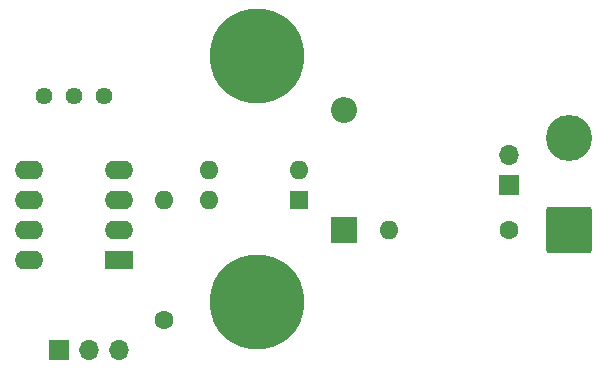
<source format=gbs>
%TF.GenerationSoftware,KiCad,Pcbnew,(6.0.4)*%
%TF.CreationDate,2022-03-26T00:49:46+01:00*%
%TF.ProjectId,TICtoUART,54494374-6f55-4415-9254-2e6b69636164,rev?*%
%TF.SameCoordinates,Original*%
%TF.FileFunction,Soldermask,Bot*%
%TF.FilePolarity,Negative*%
%FSLAX46Y46*%
G04 Gerber Fmt 4.6, Leading zero omitted, Abs format (unit mm)*
G04 Created by KiCad (PCBNEW (6.0.4)) date 2022-03-26 00:49:46*
%MOMM*%
%LPD*%
G01*
G04 APERTURE LIST*
G04 Aperture macros list*
%AMRoundRect*
0 Rectangle with rounded corners*
0 $1 Rounding radius*
0 $2 $3 $4 $5 $6 $7 $8 $9 X,Y pos of 4 corners*
0 Add a 4 corners polygon primitive as box body*
4,1,4,$2,$3,$4,$5,$6,$7,$8,$9,$2,$3,0*
0 Add four circle primitives for the rounded corners*
1,1,$1+$1,$2,$3*
1,1,$1+$1,$4,$5*
1,1,$1+$1,$6,$7*
1,1,$1+$1,$8,$9*
0 Add four rect primitives between the rounded corners*
20,1,$1+$1,$2,$3,$4,$5,0*
20,1,$1+$1,$4,$5,$6,$7,0*
20,1,$1+$1,$6,$7,$8,$9,0*
20,1,$1+$1,$8,$9,$2,$3,0*%
G04 Aperture macros list end*
%ADD10RoundRect,0.250002X1.699998X-1.699998X1.699998X1.699998X-1.699998X1.699998X-1.699998X-1.699998X0*%
%ADD11C,3.900000*%
%ADD12C,1.440000*%
%ADD13C,1.600000*%
%ADD14O,1.600000X1.600000*%
%ADD15C,8.000000*%
%ADD16C,4.400000*%
%ADD17O,2.400000X1.600000*%
%ADD18R,2.400000X1.600000*%
%ADD19O,1.700000X1.700000*%
%ADD20R,1.700000X1.700000*%
%ADD21R,1.600000X1.600000*%
%ADD22R,2.200000X2.200000*%
%ADD23O,2.200000X2.200000*%
G04 APERTURE END LIST*
D10*
%TO.C,J3*%
X147320000Y-96520000D03*
D11*
X147320000Y-88720000D03*
%TD*%
D12*
%TO.C,RV1*%
X102885000Y-85165000D03*
X105425000Y-85165000D03*
X107965000Y-85165000D03*
%TD*%
D13*
%TO.C,R2*%
X113030000Y-104140000D03*
D14*
X113030000Y-93980000D03*
%TD*%
D13*
%TO.C,R1*%
X142240000Y-96520000D03*
D14*
X132080000Y-96520000D03*
%TD*%
D15*
%TO.C,REF\u002A\u002A*%
X120904000Y-81788000D03*
D16*
X120904000Y-81788000D03*
%TD*%
D15*
%TO.C,REF\u002A\u002A*%
X120904000Y-102616000D03*
D16*
X120904000Y-102616000D03*
%TD*%
D17*
%TO.C,U2*%
X101590000Y-99050000D03*
X101590000Y-96510000D03*
X101590000Y-93970000D03*
X101590000Y-91430000D03*
X109210000Y-91430000D03*
X109210000Y-93970000D03*
X109210000Y-96510000D03*
D18*
X109210000Y-99050000D03*
%TD*%
D19*
%TO.C,J2*%
X109235000Y-106680000D03*
X106695000Y-106680000D03*
D20*
X104155000Y-106680000D03*
%TD*%
%TO.C,J1*%
X142240000Y-92710000D03*
D19*
X142240000Y-90170000D03*
%TD*%
D21*
%TO.C,U1*%
X124460000Y-93980000D03*
D14*
X124460000Y-91440000D03*
X116840000Y-91440000D03*
X116840000Y-93980000D03*
%TD*%
D22*
%TO.C,D1*%
X128270000Y-96520000D03*
D23*
X128270000Y-86360000D03*
%TD*%
M02*

</source>
